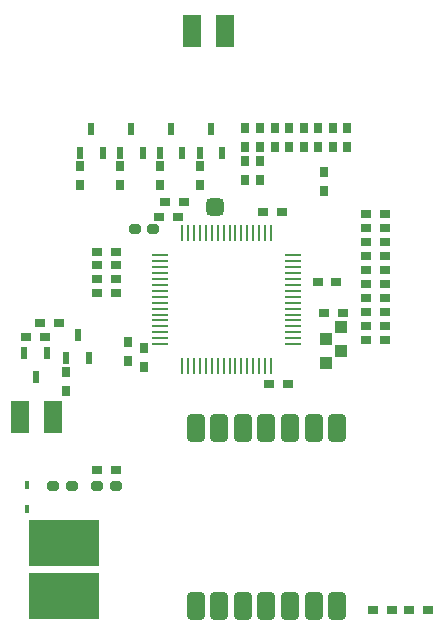
<source format=gtp>
G04*
G04 #@! TF.GenerationSoftware,Altium Limited,Altium Designer,19.0.5 (141)*
G04*
G04 Layer_Color=8421504*
%FSLAX25Y25*%
%MOIN*%
G70*
G01*
G75*
%ADD15R,0.03800X0.03100*%
%ADD16R,0.03937X0.03937*%
%ADD17R,0.01579X0.02768*%
%ADD18R,0.01587X0.02760*%
G04:AMPARAMS|DCode=19|XSize=31mil|YSize=38mil|CornerRadius=7.75mil|HoleSize=0mil|Usage=FLASHONLY|Rotation=270.000|XOffset=0mil|YOffset=0mil|HoleType=Round|Shape=RoundedRectangle|*
%AMROUNDEDRECTD19*
21,1,0.03100,0.02250,0,0,270.0*
21,1,0.01550,0.03800,0,0,270.0*
1,1,0.01550,-0.01125,-0.00775*
1,1,0.01550,-0.01125,0.00775*
1,1,0.01550,0.01125,0.00775*
1,1,0.01550,0.01125,-0.00775*
%
%ADD19ROUNDEDRECTD19*%
%ADD20R,0.23622X0.15748*%
%ADD21R,0.06299X0.10630*%
%ADD22R,0.03100X0.03800*%
%ADD23R,0.02362X0.03937*%
G04:AMPARAMS|DCode=24|XSize=59.06mil|YSize=59.06mil|CornerRadius=14.76mil|HoleSize=0mil|Usage=FLASHONLY|Rotation=180.000|XOffset=0mil|YOffset=0mil|HoleType=Round|Shape=RoundedRectangle|*
%AMROUNDEDRECTD24*
21,1,0.05906,0.02953,0,0,180.0*
21,1,0.02953,0.05906,0,0,180.0*
1,1,0.02953,-0.01476,0.01476*
1,1,0.02953,0.01476,0.01476*
1,1,0.02953,0.01476,-0.01476*
1,1,0.02953,-0.01476,-0.01476*
%
%ADD24ROUNDEDRECTD24*%
G04:AMPARAMS|DCode=25|XSize=94.49mil|YSize=59.06mil|CornerRadius=14.76mil|HoleSize=0mil|Usage=FLASHONLY|Rotation=90.000|XOffset=0mil|YOffset=0mil|HoleType=Round|Shape=RoundedRectangle|*
%AMROUNDEDRECTD25*
21,1,0.09449,0.02953,0,0,90.0*
21,1,0.06496,0.05906,0,0,90.0*
1,1,0.02953,0.01476,0.03248*
1,1,0.02953,0.01476,-0.03248*
1,1,0.02953,-0.01476,-0.03248*
1,1,0.02953,-0.01476,0.03248*
%
%ADD25ROUNDEDRECTD25*%
%ADD26R,0.01100X0.05800*%
%ADD27R,0.05800X0.01100*%
D15*
X454450Y125600D02*
D03*
X448150D02*
D03*
X442650D02*
D03*
X436350D02*
D03*
X344295Y172200D02*
D03*
X350595D02*
D03*
X331609Y221168D02*
D03*
X325309D02*
D03*
X326959Y216468D02*
D03*
X320659D02*
D03*
X344209Y245068D02*
D03*
X350509D02*
D03*
X344209Y240485D02*
D03*
X350509D02*
D03*
X344209Y235901D02*
D03*
X350509D02*
D03*
X344209Y231318D02*
D03*
X350509D02*
D03*
X426350Y224715D02*
D03*
X420050D02*
D03*
X366985Y261487D02*
D03*
X373285D02*
D03*
X440159Y252835D02*
D03*
X433859D02*
D03*
X440159Y243568D02*
D03*
X433859D02*
D03*
X440159Y234301D02*
D03*
X433859D02*
D03*
X440159Y225035D02*
D03*
X433859D02*
D03*
X440159Y215768D02*
D03*
X433859D02*
D03*
X405907Y258368D02*
D03*
X399607D02*
D03*
X417759Y234908D02*
D03*
X424059D02*
D03*
X365017Y256768D02*
D03*
X371317D02*
D03*
X401576Y201068D02*
D03*
X407876D02*
D03*
X433859Y257468D02*
D03*
X440159D02*
D03*
X433859Y248201D02*
D03*
X440159D02*
D03*
X433859Y238935D02*
D03*
X440159D02*
D03*
X433859Y229668D02*
D03*
X440159D02*
D03*
X433859Y220401D02*
D03*
X440159D02*
D03*
D16*
X420500Y208000D02*
D03*
X425500Y211998D02*
D03*
X420500Y215995D02*
D03*
X425500Y219993D02*
D03*
D17*
X320909Y167137D02*
D03*
D18*
Y159263D02*
D03*
D19*
X363047Y252594D02*
D03*
X356747D02*
D03*
X335947Y166802D02*
D03*
X329647D02*
D03*
X350644D02*
D03*
X344344D02*
D03*
D20*
X333200Y130264D02*
D03*
Y147980D02*
D03*
D21*
X375888Y318700D02*
D03*
X386912D02*
D03*
X329612Y190000D02*
D03*
X318588D02*
D03*
D22*
X419800Y265150D02*
D03*
Y271450D02*
D03*
X359772Y206604D02*
D03*
Y212904D02*
D03*
X393728Y268868D02*
D03*
Y275168D02*
D03*
X393709Y286368D02*
D03*
Y280068D02*
D03*
X398564Y286368D02*
D03*
Y280068D02*
D03*
X413146Y286368D02*
D03*
Y280068D02*
D03*
X334069Y198655D02*
D03*
Y204955D02*
D03*
X365224Y267155D02*
D03*
Y273455D02*
D03*
X378509Y267155D02*
D03*
Y273455D02*
D03*
X338654Y267155D02*
D03*
Y273455D02*
D03*
X351939Y267155D02*
D03*
Y273455D02*
D03*
X398564Y268868D02*
D03*
Y275168D02*
D03*
X354609Y208573D02*
D03*
Y214873D02*
D03*
X422855Y286368D02*
D03*
Y280068D02*
D03*
X427709D02*
D03*
Y286368D02*
D03*
X418000Y280068D02*
D03*
Y286368D02*
D03*
X403437D02*
D03*
Y280068D02*
D03*
X408291D02*
D03*
Y286368D02*
D03*
D23*
X323809Y203399D02*
D03*
X320069Y211273D02*
D03*
X327550D02*
D03*
X337809Y217432D02*
D03*
X341550Y209558D02*
D03*
X334069D02*
D03*
X368965Y285932D02*
D03*
X372705Y278058D02*
D03*
X365224D02*
D03*
X382250Y285932D02*
D03*
X385990Y278058D02*
D03*
X378509D02*
D03*
X342394Y285932D02*
D03*
X346135Y278058D02*
D03*
X338654D02*
D03*
X355679Y285932D02*
D03*
X359420Y278058D02*
D03*
X351939D02*
D03*
D24*
X383709Y259818D02*
D03*
D25*
X377087Y186392D02*
D03*
X384961D02*
D03*
X392835D02*
D03*
X400709D02*
D03*
X408583D02*
D03*
X416458D02*
D03*
X424332D02*
D03*
Y126944D02*
D03*
X416458D02*
D03*
X408583D02*
D03*
X377087D02*
D03*
X384961D02*
D03*
X392835D02*
D03*
X400709D02*
D03*
D26*
X402194Y206868D02*
D03*
X400226D02*
D03*
X398257D02*
D03*
X396289D02*
D03*
X394320D02*
D03*
X392352D02*
D03*
X390383D02*
D03*
X388415D02*
D03*
X386446D02*
D03*
X384478D02*
D03*
X382509D02*
D03*
X380541D02*
D03*
X378572D02*
D03*
X376604D02*
D03*
X374635D02*
D03*
X372667D02*
D03*
Y251168D02*
D03*
X374635D02*
D03*
X376604D02*
D03*
X378572D02*
D03*
X380541D02*
D03*
X382509D02*
D03*
X384478D02*
D03*
X386446D02*
D03*
X388415D02*
D03*
X390383D02*
D03*
X392352D02*
D03*
X394320D02*
D03*
X396289D02*
D03*
X398257D02*
D03*
X400226D02*
D03*
X402194D02*
D03*
D27*
X365281Y214254D02*
D03*
Y216223D02*
D03*
Y218191D02*
D03*
Y220160D02*
D03*
Y222128D02*
D03*
Y224097D02*
D03*
Y226065D02*
D03*
Y228034D02*
D03*
Y230002D02*
D03*
Y231971D02*
D03*
Y233939D02*
D03*
Y235908D02*
D03*
Y237876D02*
D03*
Y239845D02*
D03*
Y241813D02*
D03*
Y243782D02*
D03*
X409581D02*
D03*
Y241813D02*
D03*
Y239845D02*
D03*
Y237876D02*
D03*
Y235908D02*
D03*
Y233939D02*
D03*
Y231971D02*
D03*
Y230002D02*
D03*
Y228034D02*
D03*
Y226065D02*
D03*
Y224097D02*
D03*
Y222128D02*
D03*
Y220160D02*
D03*
Y218191D02*
D03*
Y216223D02*
D03*
Y214254D02*
D03*
M02*

</source>
